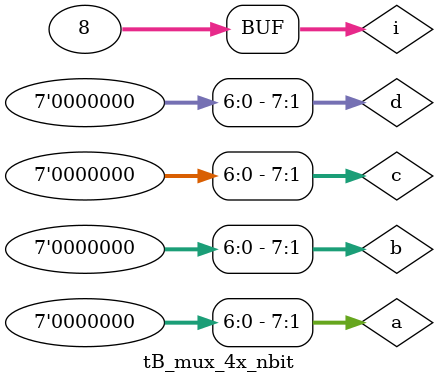
<source format=v>
`timescale 1us/1ns
module tB_mux_4x_nbit();
	parameter BUS_WIDTH = 8;
	reg [BUS_WIDTH-1:0] a;
	reg [BUS_WIDTH-1:0] b;
	reg [BUS_WIDTH-1:0] c;
	reg [BUS_WIDTH-1:0] d;
	reg [1:0] sel;
	wire [BUS_WIDTH-1:0] y;
	integer i;
	
	// Instantiate the DUT
	mux_4x_nbit
		#(.BUS_WIDTH(BUS_WIDTH))
		MUX0 (
		.a(a),
		.b(b),
		.c(c),
		.d(d),
		.sel(sel),
		.y(y)
	);
	
	//Create stimulus
	initial begin
		$monitor($time, " a = %d, b = %d, c = %d, d = %d, 
				sel = %d, y = %d", a, b, c, d, sel, y);
	#1; sel = 0; a = 0; b = 0; d = 0;
		for (i = 0; i<8; i=i+1) begin
			#1; sel = $urandom%4; a = $urandom; b = $urandom; 
				c = $urandom; d = $urandom;
		end
	end
endmodule

/*
Output:
#                    0 a =   x, b =   x, c =   x, d =   x, sel = x, y =   x
#                    1 a =   0, b =   0, c =   x, d =   0, sel = 0, y =   0
#                    2 a = 102, b = 182, c = 198, d =  70, sel = 2, y = 198
#                    3 a =  46, b = 103, c =  58, d = 106, sel = 2, y =  58
#                    4 a = 111, b =  86, c =  53, d = 212, sel = 0, y = 111
#                    5 a = 125, b = 219, c =   5, d = 227, sel = 2, y =   5
#                    6 a = 229, b =   5, c =  37, d = 233, sel = 0, y = 229
#                    7 a = 138, b =  88, c = 139, d =  86, sel = 1, y =  88
#                    8 a = 185, b =  64, c = 128, d =  14, sel = 1, y =  64
#                    9 a = 142, b = 192, c = 151, d =  37, sel = 0, y = 142
*/
		
		
</source>
